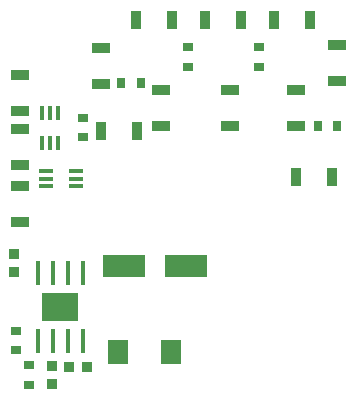
<source format=gbp>
G04*
G04 #@! TF.GenerationSoftware,Altium Limited,Altium Designer,21.4.1 (30)*
G04*
G04 Layer_Color=128*
%FSLAX25Y25*%
%MOIN*%
G70*
G04*
G04 #@! TF.SameCoordinates,C5A25FCA-50C6-4F6C-8C9A-811C773B13C6*
G04*
G04*
G04 #@! TF.FilePolarity,Positive*
G04*
G01*
G75*
%ADD25R,0.01181X0.05118*%
%ADD26R,0.06496X0.03543*%
%ADD27R,0.03347X0.02756*%
%ADD28R,0.02756X0.03347*%
%ADD29R,0.14173X0.07284*%
%ADD30R,0.07087X0.07874*%
%ADD31R,0.01772X0.08465*%
%ADD32R,0.12205X0.09449*%
%ADD33R,0.03740X0.03740*%
%ADD34R,0.03740X0.03740*%
%ADD35R,0.03543X0.06496*%
%ADD36R,0.05118X0.01181*%
D25*
X344000Y334500D02*
D03*
X341441D02*
D03*
X344000Y324461D02*
D03*
X341441D02*
D03*
X346559Y334500D02*
D03*
Y324461D02*
D03*
D26*
X334000Y297996D02*
D03*
Y310004D02*
D03*
X381000Y342004D02*
D03*
Y329996D02*
D03*
X334000Y334996D02*
D03*
Y347004D02*
D03*
X426000Y329996D02*
D03*
Y342004D02*
D03*
X404000Y329996D02*
D03*
Y342004D02*
D03*
X334000Y329004D02*
D03*
Y316996D02*
D03*
X439500Y357004D02*
D03*
Y344996D02*
D03*
X361000Y343996D02*
D03*
Y356004D02*
D03*
D27*
X413500Y349752D02*
D03*
Y356248D02*
D03*
X390000D02*
D03*
Y349752D02*
D03*
X332500Y255252D02*
D03*
Y261748D02*
D03*
X337000Y243752D02*
D03*
Y250248D02*
D03*
X355000Y332748D02*
D03*
Y326252D02*
D03*
D28*
X367752Y344500D02*
D03*
X374248D02*
D03*
X433252Y330000D02*
D03*
X439748D02*
D03*
D29*
X389342Y283289D02*
D03*
X368673D02*
D03*
D30*
X366484Y254789D02*
D03*
X384201D02*
D03*
D31*
X354842Y281108D02*
D03*
Y258470D02*
D03*
X349843D02*
D03*
X344843D02*
D03*
X339843D02*
D03*
X349843Y281108D02*
D03*
X344843D02*
D03*
X339843D02*
D03*
D32*
X347342Y269789D02*
D03*
D33*
X344500Y244047D02*
D03*
Y249953D02*
D03*
X332000Y287405D02*
D03*
Y281500D02*
D03*
D34*
X356295Y249789D02*
D03*
X350390D02*
D03*
D35*
X372496Y365500D02*
D03*
X384504D02*
D03*
X438004Y313000D02*
D03*
X425996D02*
D03*
X360996Y328500D02*
D03*
X373004D02*
D03*
X395496Y365500D02*
D03*
X407504D02*
D03*
X418496D02*
D03*
X430504D02*
D03*
D36*
X352539Y312500D02*
D03*
Y315059D02*
D03*
X342500Y312500D02*
D03*
Y315059D02*
D03*
X352539Y309941D02*
D03*
X342500D02*
D03*
M02*

</source>
